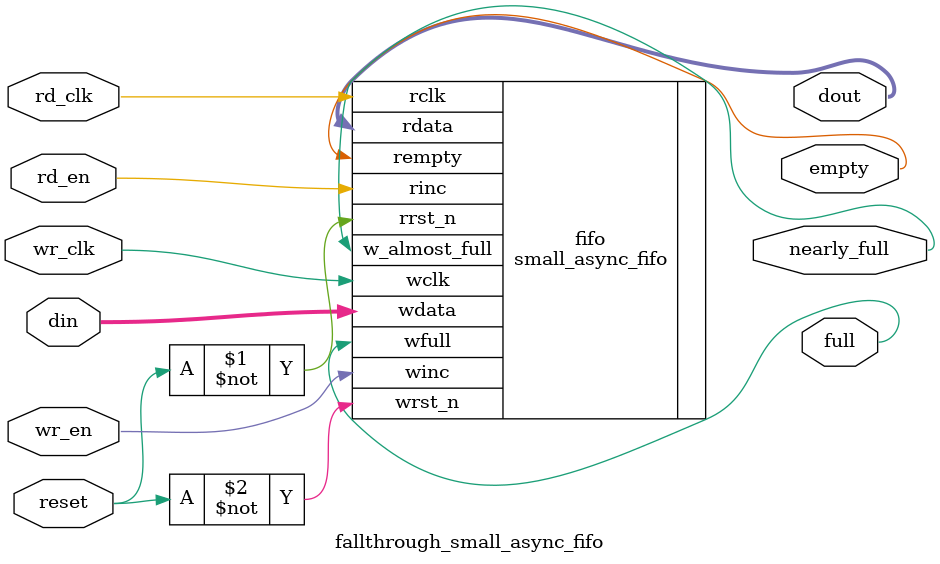
<source format=v>
`timescale 1ns/1ps

  module fallthrough_small_async_fifo
    #(parameter WIDTH = 72,
      parameter MAX_DEPTH_BITS = 3)
    (
                   
     input [WIDTH-1:0] din,     // Data in
     input          wr_en,   // Write enable
     
     input          rd_en,   // Read the next word 
     
     output [WIDTH-1:0]  dout,    // Data out
     output         full,
     output         nearly_full,
     output         empty,
     
     input          reset,
     input          rd_clk,
     input          wr_clk
     );

   small_async_fifo
     #(.DSIZE (WIDTH),
       .ASIZE (MAX_DEPTH_BITS))
       fifo
        (.wdata           (din),
         .winc         (wr_en),
         .rinc         (rd_en),
         .rdata          (dout),
         .wfull          (full),
         .w_almost_full   (nearly_full),
         .rempty         (empty),
         .rrst_n         (~reset),
         .rclk        (rd_clk),
	     .wclk		  (wr_clk),
	     .wrst_n         (~reset)
         );
   
endmodule

/* vim:set shiftwidth=3 softtabstop=3 expandtab: */

</source>
